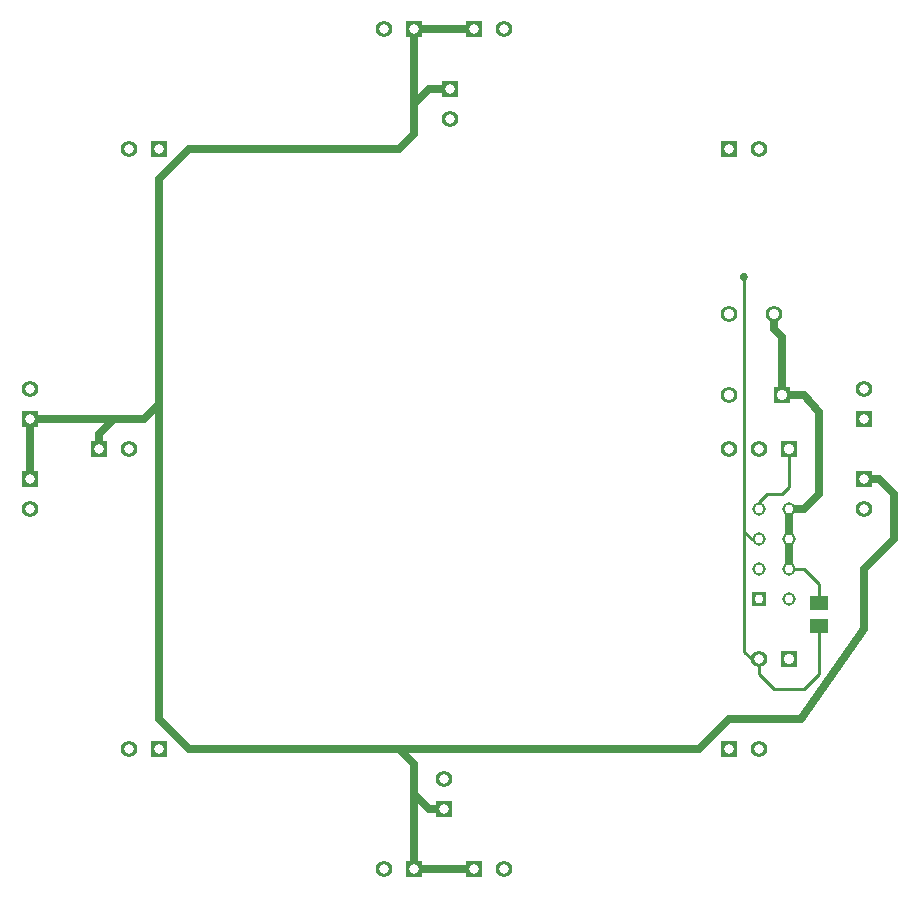
<source format=gtl>
G04 -- Generated By PCBWeb Designer*
%FSLAX24Y24*%
%MOIN*%
%OFA0B0*%
%SFA1.0B1.0*%
%AMROTRECT*21,1,$1,$2,0,0,$3*%
%AMROTOBLONG*1,1,$7,$1,$2*1,1,$7,$3,$4*21,1,$5,$6,0,0,$8*%
%ADD10C,0.025*%
%ADD11R,0.045X0.045*%
%ADD12C,0.03*%
%ADD13R,0.055X0.055*%
%ADD14C,0.045*%
%ADD15C,0.055*%
%ADD16C,0.01*%
%ADD17C,0.008*%
%ADD18C,0.024*%
%ADD19C,0.035*%
%ADD20R,0.065X0.065*%
%ADD21C,0.032*%
%ADD22C,0.065*%
%ADD23C,0.005*%
%ADD24C,0.021*%
%ADD25R,0.0591X0.0512*%
%ADD26R,0.0691X0.0612*%
%ADD27R,0.0236X0.0315*%
%ADD28R,0.0336X0.0415*%
%ADD29C,0.033*%
%ADD30C,0.033*%
%ADD31C,0.026*%
%ADD32C,0.015*%
%ADD33C,0.031*%
%ADD34C,0.0*%
%ADD35C,0.0275*%
G01*
%LNSTD*%
%LPD*%
G54D11*
X26000Y10500D03*
G54D14*
X27000Y10500D03*
X26000Y11500D03*
X27000Y11500D03*
X26000Y12500D03*
X27000Y12500D03*
X26000Y13500D03*
X27000Y13500D03*
G54D13*
X27000Y8500D03*
G54D15*
X26000Y8500D03*
G54D25*
X28000Y9626D03*
X28000Y10374D03*
G54D13*
X27000Y15500D03*
G54D15*
X26000Y15500D03*
X25000Y15500D03*
G54D13*
X25000Y25500D03*
G54D15*
X26000Y25500D03*
G54D13*
X6000Y5500D03*
G54D15*
X5000Y5500D03*
G54D13*
X25000Y5500D03*
G54D15*
X26000Y5500D03*
G54D13*
X16500Y1500D03*
G54D15*
X17500Y1500D03*
G54D13*
X14500Y29500D03*
G54D15*
X13500Y29500D03*
G54D13*
X29500Y16500D03*
G54D15*
X29500Y17500D03*
G54D13*
X1700Y14500D03*
G54D15*
X1700Y13500D03*
G54D13*
X26750Y17300D03*
G54D15*
X25000Y17300D03*
G54D13*
X14500Y1500D03*
G54D15*
X13500Y1500D03*
G54D13*
X29500Y14500D03*
G54D15*
X29500Y13500D03*
G54D13*
X1700Y16500D03*
G54D15*
X1700Y17500D03*
G54D13*
X16500Y29500D03*
G54D15*
X17500Y29500D03*
G54D13*
X6000Y25500D03*
G54D15*
X5000Y25500D03*
X26500Y20000D03*
X25000Y20000D03*
G54D13*
X4000Y15500D03*
G54D15*
X5000Y15500D03*
G54D13*
X15700Y27500D03*
G54D15*
X15700Y26500D03*
G54D13*
X15500Y3500D03*
G54D15*
X15500Y4500D03*
G54D10*
X27000Y13500D02*
X27000Y11500D01*
X26500Y20000D02*
X26500Y19500D01*
X26750Y19250D01*
X26750Y17300D01*
X27000Y13500D02*
X27500Y13500D01*
X28000Y14000D01*
X28000Y16750D01*
X27500Y17300D01*
X26750Y17300D01*
G54D16*
X28000Y10374D02*
X28000Y11000D01*
X27500Y11500D01*
X27000Y11500D01*
X27000Y11500D01*
X26000Y13500D02*
X26000Y13750D01*
X26250Y14000D01*
X26750Y14000D01*
X27000Y14250D01*
X27000Y15500D01*
X27000Y15500D01*
X28000Y9626D02*
X28000Y8000D01*
X27500Y7500D01*
X26500Y7500D01*
X26000Y8000D01*
X26000Y8500D01*
X25500Y21250D02*
X25500Y12750D01*
G54D35*
X25500Y21250D03*
G54D16*
X25500Y12750D02*
X25750Y12500D01*
X26000Y12500D01*
X26000Y8500D02*
X25750Y8500D01*
X25500Y8750D01*
X25500Y12750D01*
G54D10*
X1700Y14500D02*
X1700Y16500D01*
X1700Y16500D01*
X16500Y29500D02*
X14500Y29500D01*
X14500Y29500D01*
X14500Y1500D02*
X16500Y1500D01*
X16500Y1500D01*
X14500Y1500D02*
X14500Y5000D01*
X14000Y5500D01*
X1700Y16500D02*
X5500Y16500D01*
X6000Y17000D01*
X27400Y6500D02*
X25000Y6500D01*
X24000Y5500D01*
X7000Y5500D01*
X6000Y6500D01*
X6000Y24500D01*
X7000Y25500D01*
X14000Y25500D01*
X14500Y26000D01*
X14500Y29500D01*
X29500Y14500D02*
X30000Y14500D01*
X30500Y14000D01*
X30500Y12500D01*
X29500Y11500D01*
X29500Y9500D01*
X27400Y6500D01*
X15700Y27500D02*
X15000Y27500D01*
X14500Y27000D01*
X4000Y15500D02*
X4000Y16000D01*
X4500Y16500D01*
X15500Y3500D02*
X15000Y3500D01*
X14500Y4000D01*
%LNERASE*%
%LPC*%
G54D12*
X26000Y10500D03*
X27000Y10500D03*
X26000Y11500D03*
X27000Y11500D03*
X26000Y12500D03*
X27000Y12500D03*
X26000Y13500D03*
X27000Y13500D03*
G54D19*
X27000Y8500D03*
G54D21*
X26000Y8500D03*
G54D19*
X27000Y15500D03*
G54D21*
X26000Y15500D03*
X25000Y15500D03*
G54D29*
X25000Y25500D03*
G54D30*
X26000Y25500D03*
G54D29*
X6000Y5500D03*
G54D30*
X5000Y5500D03*
G54D29*
X25000Y5500D03*
G54D30*
X26000Y5500D03*
G54D29*
X16500Y1500D03*
G54D30*
X17500Y1500D03*
G54D29*
X14500Y29500D03*
G54D30*
X13500Y29500D03*
G54D29*
X29500Y16500D03*
G54D30*
X29500Y17500D03*
G54D29*
X1700Y14500D03*
G54D30*
X1700Y13500D03*
G54D19*
X26750Y17300D03*
X25000Y17300D03*
G54D29*
X14500Y1500D03*
G54D30*
X13500Y1500D03*
G54D29*
X29500Y14500D03*
G54D30*
X29500Y13500D03*
G54D29*
X1700Y16500D03*
G54D30*
X1700Y17500D03*
G54D29*
X16500Y29500D03*
G54D30*
X17500Y29500D03*
G54D29*
X6000Y25500D03*
G54D30*
X5000Y25500D03*
G54D19*
X26500Y20000D03*
X25000Y20000D03*
G54D29*
X4000Y15500D03*
G54D30*
X5000Y15500D03*
G54D29*
X15700Y27500D03*
G54D30*
X15700Y26500D03*
G54D29*
X15500Y3500D03*
G54D30*
X15500Y4500D03*
M02*

</source>
